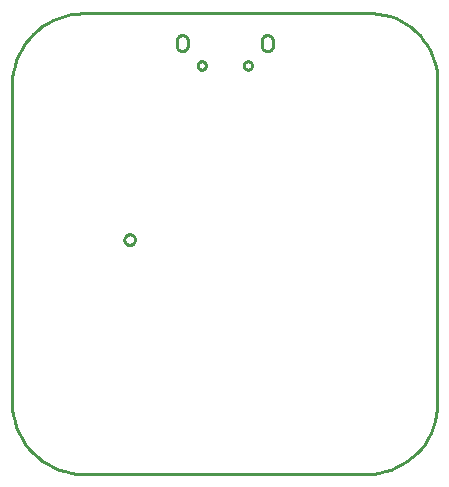
<source format=gbr>
G04 EAGLE Gerber X2 export*
%TF.Part,Single*%
%TF.FileFunction,Profile,NP*%
%TF.FilePolarity,Positive*%
%TF.GenerationSoftware,Autodesk,EAGLE,9.0.0*%
%TF.CreationDate,2018-04-30T06:41:38Z*%
G75*
%MOMM*%
%FSLAX34Y34*%
%LPD*%
%AMOC8*
5,1,8,0,0,1.08239X$1,22.5*%
G01*
%ADD10C,0.254000*%


D10*
X-180000Y-120000D02*
X-179772Y-125229D01*
X-179088Y-130419D01*
X-177956Y-135529D01*
X-176382Y-140521D01*
X-174378Y-145357D01*
X-171962Y-150000D01*
X-169149Y-154415D01*
X-165963Y-158567D01*
X-162426Y-162426D01*
X-158567Y-165963D01*
X-154415Y-169149D01*
X-150000Y-171962D01*
X-145357Y-174378D01*
X-140521Y-176382D01*
X-135529Y-177956D01*
X-130419Y-179088D01*
X-125229Y-179772D01*
X-120000Y-180000D01*
X120000Y-180000D01*
X125229Y-179772D01*
X130419Y-179088D01*
X135529Y-177956D01*
X140521Y-176382D01*
X145357Y-174378D01*
X150000Y-171962D01*
X154415Y-169149D01*
X158567Y-165963D01*
X162426Y-162426D01*
X165963Y-158567D01*
X169149Y-154415D01*
X171962Y-150000D01*
X174378Y-145357D01*
X176382Y-140521D01*
X177956Y-135529D01*
X179088Y-130419D01*
X179772Y-125229D01*
X180000Y-120000D01*
X180000Y155000D01*
X179563Y160002D01*
X178692Y164947D01*
X177394Y169797D01*
X175677Y174515D01*
X173556Y179066D01*
X171046Y183415D01*
X168167Y187529D01*
X164941Y191375D01*
X161391Y194926D01*
X157545Y198155D01*
X153433Y201035D01*
X149085Y203546D01*
X144535Y205669D01*
X139817Y207387D01*
X134967Y208688D01*
X130023Y209561D01*
X125021Y209999D01*
X120000Y210000D01*
X-120000Y210000D01*
X-125229Y209772D01*
X-130419Y209088D01*
X-135529Y207956D01*
X-140521Y206382D01*
X-145357Y204378D01*
X-150000Y201962D01*
X-154415Y199149D01*
X-158567Y195963D01*
X-162426Y192426D01*
X-165963Y188567D01*
X-169149Y184415D01*
X-171962Y180000D01*
X-174378Y175357D01*
X-176382Y170521D01*
X-177956Y165529D01*
X-179088Y160419D01*
X-179772Y155229D01*
X-180000Y150000D01*
X-180000Y-120000D01*
X-40500Y181780D02*
X-40441Y181433D01*
X-40352Y181093D01*
X-40234Y180762D01*
X-40088Y180442D01*
X-39914Y180136D01*
X-39714Y179847D01*
X-39490Y179576D01*
X-39243Y179326D01*
X-38975Y179098D01*
X-38688Y178894D01*
X-38385Y178717D01*
X-38067Y178566D01*
X-37737Y178443D01*
X-37398Y178350D01*
X-37052Y178287D01*
X-36702Y178254D01*
X-36351Y178252D01*
X-36000Y178280D01*
X-35649Y178252D01*
X-35298Y178254D01*
X-34948Y178287D01*
X-34602Y178350D01*
X-34263Y178443D01*
X-33933Y178566D01*
X-33615Y178717D01*
X-33312Y178894D01*
X-33025Y179098D01*
X-32757Y179326D01*
X-32510Y179576D01*
X-32286Y179847D01*
X-32086Y180136D01*
X-31912Y180442D01*
X-31766Y180762D01*
X-31648Y181093D01*
X-31559Y181433D01*
X-31500Y181780D01*
X-31500Y187780D01*
X-31559Y188127D01*
X-31648Y188467D01*
X-31766Y188798D01*
X-31912Y189118D01*
X-32086Y189424D01*
X-32286Y189713D01*
X-32510Y189984D01*
X-32757Y190234D01*
X-33025Y190462D01*
X-33312Y190666D01*
X-33615Y190843D01*
X-33933Y190994D01*
X-34263Y191117D01*
X-34602Y191210D01*
X-34948Y191273D01*
X-35298Y191306D01*
X-35649Y191308D01*
X-36000Y191280D01*
X-36351Y191308D01*
X-36702Y191306D01*
X-37052Y191273D01*
X-37398Y191210D01*
X-37737Y191117D01*
X-38067Y190994D01*
X-38385Y190843D01*
X-38688Y190666D01*
X-38975Y190462D01*
X-39243Y190234D01*
X-39490Y189984D01*
X-39714Y189713D01*
X-39914Y189424D01*
X-40088Y189118D01*
X-40234Y188798D01*
X-40352Y188467D01*
X-40441Y188127D01*
X-40500Y187780D01*
X-40500Y181780D01*
X31500Y181780D02*
X31513Y181475D01*
X31553Y181172D01*
X31619Y180874D01*
X31711Y180583D01*
X31828Y180301D01*
X31969Y180030D01*
X32133Y179772D01*
X32319Y179530D01*
X32525Y179305D01*
X32750Y179099D01*
X32992Y178913D01*
X33250Y178749D01*
X33521Y178608D01*
X33803Y178491D01*
X34094Y178399D01*
X34392Y178333D01*
X34695Y178293D01*
X35000Y178280D01*
X37000Y178280D01*
X37305Y178293D01*
X37608Y178333D01*
X37906Y178399D01*
X38197Y178491D01*
X38479Y178608D01*
X38750Y178749D01*
X39008Y178913D01*
X39250Y179099D01*
X39475Y179305D01*
X39681Y179530D01*
X39867Y179772D01*
X40031Y180030D01*
X40172Y180301D01*
X40289Y180583D01*
X40381Y180874D01*
X40447Y181172D01*
X40487Y181475D01*
X40500Y181780D01*
X40500Y187280D01*
X40508Y187608D01*
X40486Y187935D01*
X40437Y188259D01*
X40359Y188578D01*
X40254Y188888D01*
X40123Y189189D01*
X39965Y189476D01*
X39783Y189749D01*
X39578Y190005D01*
X39352Y190242D01*
X39106Y190458D01*
X38842Y190653D01*
X38561Y190823D01*
X38268Y190968D01*
X37962Y191088D01*
X37647Y191180D01*
X37326Y191244D01*
X37000Y191280D01*
X35000Y191280D01*
X34674Y191244D01*
X34353Y191180D01*
X34038Y191088D01*
X33733Y190968D01*
X33439Y190823D01*
X33159Y190653D01*
X32894Y190458D01*
X32648Y190242D01*
X32422Y190005D01*
X32217Y189749D01*
X32035Y189476D01*
X31877Y189189D01*
X31746Y188888D01*
X31641Y188578D01*
X31563Y188259D01*
X31514Y187935D01*
X31492Y187608D01*
X31500Y187280D01*
X31500Y181780D01*
X16000Y166009D02*
X16060Y166464D01*
X16179Y166907D01*
X16354Y167331D01*
X16584Y167729D01*
X16863Y168093D01*
X17187Y168417D01*
X17551Y168696D01*
X17949Y168926D01*
X18373Y169101D01*
X18816Y169220D01*
X19271Y169280D01*
X19729Y169280D01*
X20184Y169220D01*
X20627Y169101D01*
X21051Y168926D01*
X21449Y168696D01*
X21813Y168417D01*
X22137Y168093D01*
X22416Y167729D01*
X22646Y167331D01*
X22821Y166907D01*
X22940Y166464D01*
X23000Y166009D01*
X23000Y165551D01*
X22940Y165096D01*
X22821Y164653D01*
X22646Y164229D01*
X22416Y163831D01*
X22137Y163467D01*
X21813Y163143D01*
X21449Y162864D01*
X21051Y162634D01*
X20627Y162459D01*
X20184Y162340D01*
X19729Y162280D01*
X19271Y162280D01*
X18816Y162340D01*
X18373Y162459D01*
X17949Y162634D01*
X17551Y162864D01*
X17187Y163143D01*
X16863Y163467D01*
X16584Y163831D01*
X16354Y164229D01*
X16179Y164653D01*
X16060Y165096D01*
X16000Y165551D01*
X16000Y166009D01*
X-23000Y166009D02*
X-22940Y166464D01*
X-22821Y166907D01*
X-22646Y167331D01*
X-22416Y167729D01*
X-22137Y168093D01*
X-21813Y168417D01*
X-21449Y168696D01*
X-21051Y168926D01*
X-20627Y169101D01*
X-20184Y169220D01*
X-19729Y169280D01*
X-19271Y169280D01*
X-18816Y169220D01*
X-18373Y169101D01*
X-17949Y168926D01*
X-17551Y168696D01*
X-17187Y168417D01*
X-16863Y168093D01*
X-16584Y167729D01*
X-16354Y167331D01*
X-16179Y166907D01*
X-16060Y166464D01*
X-16000Y166009D01*
X-16000Y165551D01*
X-16060Y165096D01*
X-16179Y164653D01*
X-16354Y164229D01*
X-16584Y163831D01*
X-16863Y163467D01*
X-17187Y163143D01*
X-17551Y162864D01*
X-17949Y162634D01*
X-18373Y162459D01*
X-18816Y162340D01*
X-19271Y162280D01*
X-19729Y162280D01*
X-20184Y162340D01*
X-20627Y162459D01*
X-21051Y162634D01*
X-21449Y162864D01*
X-21813Y163143D01*
X-22137Y163467D01*
X-22416Y163831D01*
X-22646Y164229D01*
X-22821Y164653D01*
X-22940Y165096D01*
X-23000Y165551D01*
X-23000Y166009D01*
X-76055Y18015D02*
X-76132Y17430D01*
X-76285Y16860D01*
X-76510Y16315D01*
X-76805Y15805D01*
X-77164Y15337D01*
X-77582Y14919D01*
X-78050Y14560D01*
X-78560Y14265D01*
X-79105Y14040D01*
X-79675Y13887D01*
X-80260Y13810D01*
X-80850Y13810D01*
X-81435Y13887D01*
X-82005Y14040D01*
X-82550Y14265D01*
X-83060Y14560D01*
X-83528Y14919D01*
X-83946Y15337D01*
X-84305Y15805D01*
X-84600Y16315D01*
X-84825Y16860D01*
X-84978Y17430D01*
X-85055Y18015D01*
X-85055Y18605D01*
X-84978Y19190D01*
X-84825Y19760D01*
X-84600Y20305D01*
X-84305Y20815D01*
X-83946Y21283D01*
X-83528Y21701D01*
X-83060Y22060D01*
X-82550Y22355D01*
X-82005Y22580D01*
X-81435Y22733D01*
X-80850Y22810D01*
X-80260Y22810D01*
X-79675Y22733D01*
X-79105Y22580D01*
X-78560Y22355D01*
X-78050Y22060D01*
X-77582Y21701D01*
X-77164Y21283D01*
X-76805Y20815D01*
X-76510Y20305D01*
X-76285Y19760D01*
X-76132Y19190D01*
X-76055Y18605D01*
X-76055Y18015D01*
M02*

</source>
